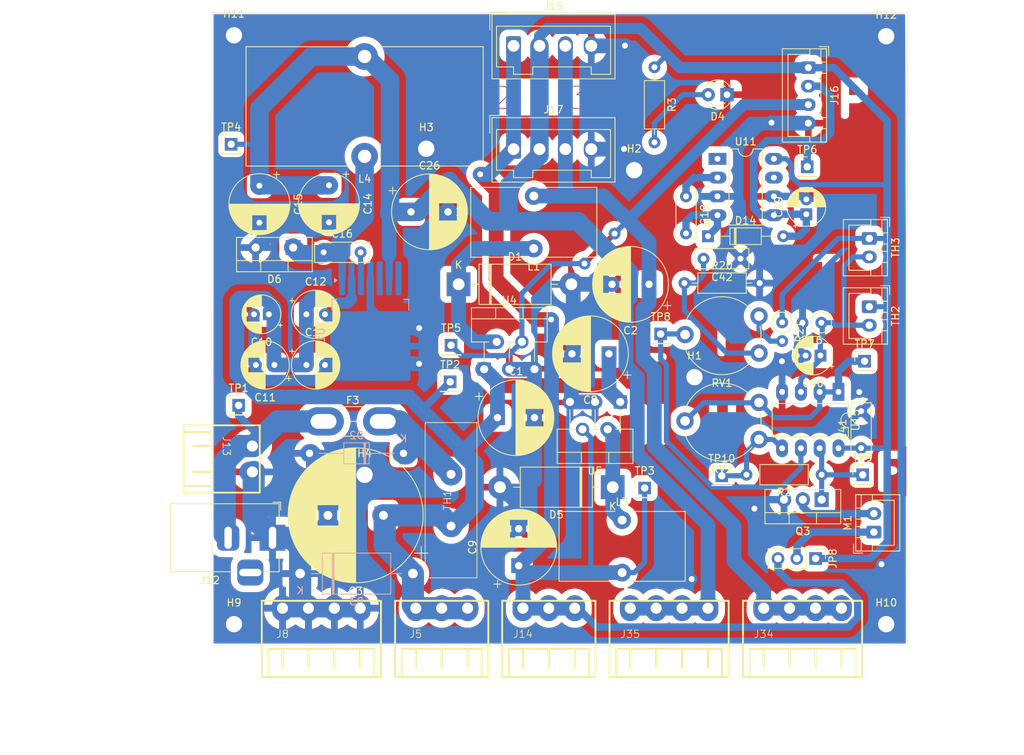
<source format=kicad_pcb>
(kicad_pcb
	(version 20240108)
	(generator "pcbnew")
	(generator_version "8.0")
	(general
		(thickness 1.6)
		(legacy_teardrops no)
	)
	(paper "A4")
	(layers
		(0 "F.Cu" signal)
		(1 "In1.Cu" signal)
		(2 "In2.Cu" signal)
		(31 "B.Cu" signal)
		(32 "B.Adhes" user "B.Adhesive")
		(33 "F.Adhes" user "F.Adhesive")
		(34 "B.Paste" user)
		(35 "F.Paste" user)
		(36 "B.SilkS" user "B.Silkscreen")
		(37 "F.SilkS" user "F.Silkscreen")
		(38 "B.Mask" user)
		(39 "F.Mask" user)
		(40 "Dwgs.User" user "User.Drawings")
		(41 "Cmts.User" user "User.Comments")
		(42 "Eco1.User" user "User.Eco1")
		(43 "Eco2.User" user "User.Eco2")
		(44 "Edge.Cuts" user)
		(45 "Margin" user)
		(46 "B.CrtYd" user "B.Courtyard")
		(47 "F.CrtYd" user "F.Courtyard")
		(48 "B.Fab" user)
		(49 "F.Fab" user)
		(50 "User.1" user)
		(51 "User.2" user)
		(52 "User.3" user)
		(53 "User.4" user)
		(54 "User.5" user)
		(55 "User.6" user)
		(56 "User.7" user)
		(57 "User.8" user)
		(58 "User.9" user)
	)
	(setup
		(stackup
			(layer "F.SilkS"
				(type "Top Silk Screen")
			)
			(layer "F.Paste"
				(type "Top Solder Paste")
			)
			(layer "F.Mask"
				(type "Top Solder Mask")
				(thickness 0.01)
			)
			(layer "F.Cu"
				(type "copper")
				(thickness 0.035)
			)
			(layer "dielectric 1"
				(type "prepreg")
				(thickness 0.1)
				(material "FR4")
				(epsilon_r 4.5)
				(loss_tangent 0.02)
			)
			(layer "In1.Cu"
				(type "copper")
				(thickness 0.035)
			)
			(layer "dielectric 2"
				(type "core")
				(thickness 1.24)
				(material "FR4")
				(epsilon_r 4.5)
				(loss_tangent 0.02)
			)
			(layer "In2.Cu"
				(type "copper")
				(thickness 0.035)
			)
			(layer "dielectric 3"
				(type "prepreg")
				(thickness 0.1)
				(material "FR4")
				(epsilon_r 4.5)
				(loss_tangent 0.02)
			)
			(layer "B.Cu"
				(type "copper")
				(thickness 0.035)
			)
			(layer "B.Mask"
				(type "Bottom Solder Mask")
				(thickness 0.01)
			)
			(layer "B.Paste"
				(type "Bottom Solder Paste")
			)
			(layer "B.SilkS"
				(type "Bottom Silk Screen")
				(color "Red")
			)
			(copper_finish "None")
			(dielectric_constraints no)
		)
		(pad_to_mask_clearance 0)
		(allow_soldermask_bridges_in_footprints no)
		(pcbplotparams
			(layerselection 0x0001000_fffffff9)
			(plot_on_all_layers_selection 0x0000000_00000000)
			(disableapertmacros no)
			(usegerberextensions no)
			(usegerberattributes no)
			(usegerberadvancedattributes yes)
			(creategerberjobfile no)
			(dashed_line_dash_ratio 12.000000)
			(dashed_line_gap_ratio 3.000000)
			(svgprecision 4)
			(plotframeref no)
			(viasonmask no)
			(mode 1)
			(useauxorigin no)
			(hpglpennumber 1)
			(hpglpenspeed 20)
			(hpglpendiameter 15.000000)
			(pdf_front_fp_property_popups yes)
			(pdf_back_fp_property_popups yes)
			(dxfpolygonmode yes)
			(dxfimperialunits yes)
			(dxfusepcbnewfont yes)
			(psnegative no)
			(psa4output no)
			(plotreference no)
			(plotvalue no)
			(plotfptext no)
			(plotinvisibletext no)
			(sketchpadsonfab no)
			(subtractmaskfromsilk no)
			(outputformat 1)
			(mirror no)
			(drillshape 0)
			(scaleselection 1)
			(outputdirectory "export/")
		)
	)
	(net 0 "")
	(net 1 "+5V")
	(net 2 "+24V filtered")
	(net 3 "GND")
	(net 4 "+3V3")
	(net 5 "+12V")
	(net 6 "Net-(D6-K)")
	(net 7 "Net-(U1-BOOT)")
	(net 8 "Net-(U11-CAP+)")
	(net 9 "Net-(D14-K)")
	(net 10 "-5V")
	(net 11 "Net-(D1-K)")
	(net 12 "Net-(D2-K)")
	(net 13 "Net-(D5-K)")
	(net 14 "+BATT")
	(net 15 "unconnected-(U1-EN-Pad7)")
	(net 16 "unconnected-(U1-NC-Pad5)")
	(net 17 "unconnected-(U11-OSC-Pad7)")
	(net 18 "unconnected-(U11-NC-Pad1)")
	(net 19 "Net-(U15A-+)")
	(net 20 "Net-(C42-Pad2)")
	(net 21 "Net-(JP8-C)")
	(net 22 "Net-(M1--)")
	(net 23 "Net-(Q3-G)")
	(net 24 "Net-(U15B-+)")
	(net 25 "Net-(R21-Pad2)")
	(net 26 "Net-(U15B--)")
	(net 27 "Net-(U15A--)")
	(net 28 "Net-(D4-A)")
	(footprint "Capacitor_THT:CP_Radial_D10.0mm_P5.00mm" (layer "F.Cu") (at 129.286 109.061993 90))
	(footprint "Capacitor_THT:CP_Radial_D10.0mm_P5.00mm" (layer "F.Cu") (at 126.410323 89.040962))
	(footprint "Diode_THT:D_DO-201AD_P15.24mm_Horizontal" (layer "F.Cu") (at 141.986 98.438962 180))
	(footprint "Potentiometer_THT:Potentiometer_Piher_PT-10-V10_Vertical" (layer "F.Cu") (at 161.757499 75.306462 180))
	(footprint "Connector_JST:JST_XH_B2B-XH-A_1x02_P2.50mm_Vertical" (layer "F.Cu") (at 177.275 104.514962 90))
	(footprint "Connector_PinHeader_2.54mm:PinHeader_1x01_P2.54mm_Vertical" (layer "F.Cu") (at 90.424 52.07))
	(footprint "Potentiometer_THT:Potentiometer_Piher_PT-10-V10_Vertical" (layer "F.Cu") (at 161.757499 86.990462 180))
	(footprint "Capacitor_THT:C_Disc_D6.0mm_W2.5mm_P5.00mm" (layer "F.Cu") (at 151.892 59.123888 -90))
	(footprint "Package_TO_SOT_THT:TO-220-5_P3.4x3.7mm_StaggerOdd_Lead3.8mm_Vertical" (layer "F.Cu") (at 124.616 82.489962))
	(footprint "Resistor_THT:R_Axial_DIN0207_L6.3mm_D2.5mm_P2.54mm_Vertical" (layer "F.Cu") (at 170.18 76.2 180))
	(footprint "Package_TO_SOT_THT:TO-220-3_Vertical" (layer "F.Cu") (at 170.219499 100.125462 180))
	(footprint "Connector_PinHeader_2.54mm:PinHeader_1x01_P2.54mm_Vertical" (layer "F.Cu") (at 176.022 81.407))
	(footprint "Capacitor_THT:CP_Radial_D6.3mm_P2.50mm" (layer "F.Cu") (at 100.592664 75.064811))
	(footprint "custom-footprints1:MountingHole_2.2mm_NPTH-with-pad" (layer "F.Cu") (at 178.943 37.465))
	(footprint "Package_DIP:DIP-8_W7.62mm_LongPads" (layer "F.Cu") (at 172.495499 85.561462 -90))
	(footprint "Resistor_THT:R_Axial_DIN0207_L6.3mm_D2.5mm_P10.16mm_Horizontal" (layer "F.Cu") (at 147.6248 41.656 -90))
	(footprint "custom-footprints1:MountingHole_2.2mm_NPTH-with-pad" (layer "F.Cu") (at 90.805 116.967))
	(footprint "custom-footprints1:WAGO 734-164 Print-Stiftleiste, Mini, RM 3,5, gewinkelt, 4-polig" (layer "F.Cu") (at 97.366 114.808))
	(footprint "Connector_PinHeader_2.54mm:PinHeader_1x01_P2.54mm_Vertical" (layer "F.Cu") (at 91.44 87.376))
	(footprint "Capacitor_THT:CP_Radial_D18.0mm_P7.50mm"
		(layer "F.Cu")
		(uuid "3e12b180-088b-46cd-b5c6-9617c716b1a6")
		(at 110.998 102.248962 180)
		(descr "CP, Radial series, Radial, pin pitch=7.50mm, , diameter=18mm, Electrolytic Capacitor")
		(tags "CP Radial series Radial pin pitch 7.50mm  diameter 18mm Electrolytic Capacitor")
		(property "Reference" "C3"
			(at 3.75 -10.25 0)
			(layer "F.SilkS")
			(uuid "c0dbac4b-d18d-44e0-abe6-6b3f876fe509")
			(effects
				(font
					(size 1 1)
					(thickness 0.15)
				)
			)
		)
		(property "Value" "2200uf"
			(at 3.75 10.25 0)
			(layer "F.Fab")
			(uuid "1f7d7bb5-f802-471e-8ae7-4e1a80563b95")
			(effects
				(font
					(size 1 1)
					(thickness 0.15)
				)
			)
		)
		(property "Footprint" "Capacitor_THT:CP_Radial_D18.0mm_P7.50mm"
			(at 0 0 180)
			(unlocked yes)
			(layer "F.Fab")
			(hide yes)
			(uuid "cd037e7c-88f5-4614-9539-47ece2e39e2f")
			(effects
				(font
					(size 1.27 1.27)
					(thickness 0.15)
				)
			)
		)
		(property "Datasheet" "https://www.reichelt.com/be/en/shop/product/elko_2200_f_35_v_105_c-166415"
			(at 0 0 180)
			(unlocked yes)
			(layer "F.Fab")
			(hide yes)
			(uuid "09c9c45c-cd56-4403-bd81-cc88382ef4e9")
			(effects
				(font
					(size 1.27 1.27)
					(thickness 0.15)
				)
			)
		)
		(property "Description" "Polarized capacitor"
			(at 0 0 180)
			(unlocked yes)
			(layer "F.Fab")
			(hide yes)
			(uuid "114210ba-bd57-4105-96f8-5187314aacb0")
			(effects
				(font
					(size 1.27 1.27)
					(thickness 0.15)
				)
			)
		)
		(property ki_fp_filters "CP_*")
		(path "/16680157-dcc5-42d4-8ccc-a59b4c4006fd")
		(sheetname "Root")
		(sheetfile "power-supply-board_v1.0.kicad_sch")
		(attr through_hole)
		(fp_line
			(start 12.87 -0.04)
			(end 12.87 0.04)
			(stroke
				(width 0.12)
				(type solid)
			)
			(layer "F.SilkS")
			(uuid "87732204-ffd3-4010-92fe-e84d597261db")
		)
		(fp_line
			(start 12.83 -0.814)
			(end 12.83 0.814)
			(stroke
				(width 0.12)
				(type solid)
			)
			(layer "F.SilkS")
			(uuid "18f893c9-7fff-4554-a0a6-9513f8452e28")
		)
		(fp_line
			(start 12.79 -1.166)
			(end 12.79 1.166)
			(stroke
				(width 0.12)
				(type solid)
			)
			(layer "F.SilkS")
			(uuid "2b52467b-0cfb-4412-b0ac-068e45849888")
		)
		(fp_line
			(start 12.75 -1.435)
			(end 12.75 1.435)
			(stroke
				(width 0.12)
				(type solid)
			)
			(layer "F.SilkS")
			(uuid "34e20984-e432-4254-860c-82b93de5475e")
		)
		(fp_line
			(start 12.71 -1.661)
			(end 12.71 1.661)
			(stroke
				(width 0.12)
				(type solid)
			)
			(layer "F.SilkS")
			(uuid "9e5473ed-98ba-43aa-9d6a-8eaabc33a9dc")
		)
		(fp_line
			(start 12.67 -1.86)
			(end 12.67 1.86)
			(stroke
				(width 0.12)
				(type solid)
			)
			(layer "F.SilkS")
			(uuid "08c8f39a-99ff-4afd-b845-1d83a6340213")
		)
		(fp_line
			(start 12.63 -2.039)
			(end 12.63 2.039)
			(stroke
				(width 0.12)
				(type solid)
			)
			(layer "F.SilkS")
			(uuid "d5eaf986-9534-4524-ad49-665dbecfec0f")
		)
		(fp_line
			(start 12.59 -2.203)
			(end 12.59 2.203)
			(stroke
				(width 0.12)
				(type solid)
			)
			(layer "F.SilkS")
			(uuid "5cf0b090-f6b4-43c7-a6ce-0f71cd8210ee")
		)
		(fp_line
			(start 12.55 -2.355)
			(end 12.55 2.355)
			(stroke
				(width 0.12)
				(type solid)
			)
			(layer "F.SilkS")
			(uuid "8e66bac3-0b2f-40ec-8c73-97c7d6b2f138")
		)
		(fp_line
			(start 12.51 -2.498)
			(end 12.51 2.498)
			(stroke
				(width 0.12)
				(type solid)
			)
			(layer "F.SilkS")
			(uuid "66bbea31-836a-4c65-9a2d-0d3a29f8dc12")
		)
		(fp_line
			(start 12.47 -2.632)
			(end 12.47 2.632)
			(stroke
				(width 0.12)
				(type solid)
			)
			(layer "F.SilkS")
			(uuid "633c10e5-f6ae-42eb-b5a5-18a2e88ec3af")
		)
		(fp_line
			(start 12.43 -2.759)
			(end 12.43 2.759)
			(stroke
				(width 0.12)
				(type solid)
			)
			(layer "F.SilkS")
			(uuid "5c14d289-cf82-40f2-ae41-fa734da4dc2a")
		)
		(fp_line
			(start 12.39 -2.88)
			(end 12.39 2.88)
			(stroke
				(width 0.12)
				(type solid)
			)
			(layer "F.SilkS")
			(uuid "92d777da-31b2-4188-88bd-b48da7e6abd8")
		)
		(fp_line
			(start 12.35 -2.996)
			(end 12.35 2.996)
			(stroke
				(width 0.12)
				(type solid)
			)
			(layer "F.SilkS")
			(uuid "107af9bb-841b-4c31-9fac-3060a5bfa1b6")
		)
		(fp_line
			(start 12.31 -3.107)
			(end 12.31 3.107)
			(stroke
				(width 0.12)
				(type solid)
			)
			(layer "F.SilkS")
			(uuid "9396642f-f979-4d78-bd91-7a436359d103")
		)
		(fp_line
			(start 12.27 -3.214)
			(end 12.27 3.214)
			(stroke
				(width 0.12)
				(type solid)
			)
			(layer "F.SilkS")
			(uuid "7a28f269-c130-4a30-a607-7c6287357369")
		)
		(fp_line
			(start 12.23 -3.317)
			(end 12.23 3.317)
			(stroke
				(width 0.12)
				(type solid)
			)
			(layer "F.SilkS")
			(uuid "156f2bc4-880c-4c21-8655-9d32c230dad4")
		)
		(fp_line
			(start 12.19 -3.416)
			(end 12.19 3.416)
			(stroke
				(width 0.12)
				(type solid)
			)
			(layer "F.SilkS")
			(uuid "63c8fd17-e6c3-478f-ad62-b0bb53559406")
		)
		(fp_line
			(start 12.15 -3.512)
			(end 12.15 3.512)
			(stroke
				(width 0.12)
				(type solid)
			)
			(layer "F.SilkS")
			(uuid "639c7f9b-f812-46a4-b756-7753f6943a6f")
		)
		(fp_line
			(start 12.11 -3.605)
			(end 12.11 3.605)
			(stroke
				(width 0.12)
				(type solid)
			)
			(layer "F.SilkS")
			(uuid "134d240f-7cb0-4052-9ccf-efb724369b7f")
		)
		(fp_line
			(start 12.07 -3.696)
			(end 12.07 3.696)
			(stroke
				(width 0.12)
				(type solid)
			)
			(layer "F.SilkS")
			(uuid "bf388105-023e-4a71-bbdb-3b21c9fcd2cc")
		)
		(fp_line
			(start 12.03 -3.784)
			(end 12.03 3.784)
			(stroke
				(width 0.12)
				(type solid)
			)
			(layer "F.SilkS")
			(uuid "49aa2ba0-ba19-4ea1-a70a-173a6f627315")
		)
		(fp_line
			(start 11.99 -3.869)
			(end 11.99 3.869)
			(stroke
				(width 0.12)
				(type solid)
			)
			(layer "F.SilkS")
			(uuid "679bfa39-c021-436e-b2f6-eef91e7a3433")
		)
		(fp_line
			(start 11.95 -3.952)
			(end 11.95 3.952)
			(stroke
				(width 0.12)
				(type solid)
			)
			(layer "F.SilkS")
			(uuid "f874119e-1338-4beb-b6c9-42b4db275c1b")
		)
		(fp_line
			(start 11.911 -4.033)
			(end 11.911 4.033)
			(stroke
				(width 0.12)
				(type solid)
			)
			(layer "F.SilkS")
			(uuid "009a31cf-7161-4030-9ee2-4ee6c8662a63")
		)
		(fp_line
			(start 11.871 -4.113)
			(end 11.871 4.113)
			(stroke
				(width 0.12)
				(type solid)
			)
			(layer "F.SilkS")
			(uuid "68b92ccc-7298-4ad5-a9de-6f696f4ebe2e")
		)
		(fp_line
			(start 11.831 -4.19)
			(end 11.831 4.19)
			(stroke
				(width 0.12)
				(type solid)
			)
			(layer "F.SilkS")
			(uuid "b62a9674-bd46-40fc-859a-9a51e479b097")
		)
		(fp_line
			(start 11.791 -4.265)
			(end 11.791 4.265)
			(stroke
				(width 0.12)
				(type solid)
			)
			(layer "F.SilkS")
			(uuid "f11c470d-142c-4357-900e-889b10e3b0e2")
		)
		(fp_line
			(start 11.751 -4.339)
			(end 11.751 4.339)
			(stroke
				(width 0.12)
				(type solid)
			)
			(layer "F.SilkS")
			(uuid "79a89223-4ff2-
... [1179860 chars truncated]
</source>
